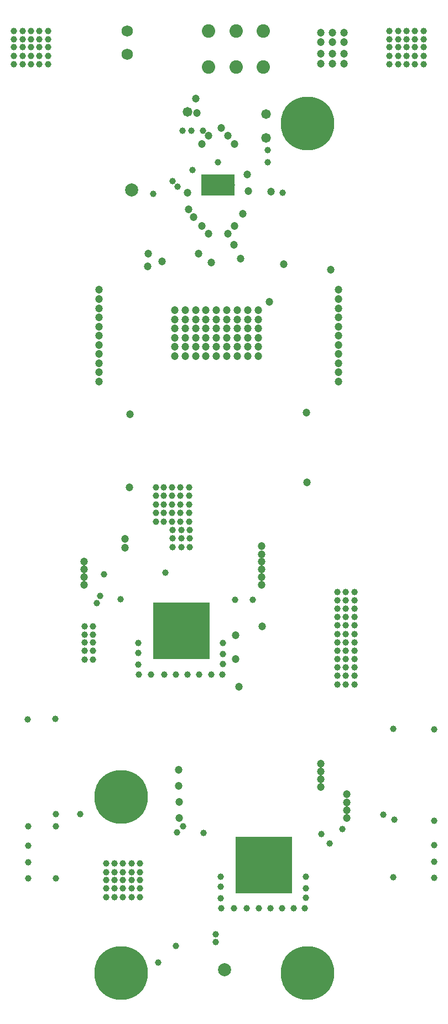
<source format=gbs>
%FSLAX44Y44*%
%MOMM*%
G71*
G01*
G75*
G04 Layer_Color=16711935*
%ADD10R,1.2000X0.8000*%
%ADD11C,1.0000*%
%ADD12R,2.0000X3.5000*%
%ADD13R,3.0000X4.0000*%
%ADD14R,4.0000X2.8000*%
%ADD15R,2.8000X4.0000*%
%ADD16R,4.0000X3.0000*%
%ADD17R,0.6000X0.5000*%
%ADD18R,1.6000X1.4000*%
%ADD19R,0.9500X0.9000*%
%ADD20R,2.0000X2.0000*%
%ADD21R,2.0000X3.2000*%
%ADD22R,3.5000X2.0000*%
%ADD23R,0.5000X0.6000*%
%ADD24C,2.0000*%
%ADD25R,1.0000X1.8000*%
%ADD26R,3.0000X0.8000*%
%ADD27R,3.2000X2.0000*%
%ADD28R,2.8000X1.5000*%
%ADD29R,7.7000X1.6000*%
%ADD30R,1.7000X1.6000*%
%ADD31R,1.6000X6.3000*%
%ADD32R,1.8000X0.2900*%
%ADD33R,8.7000X8.7000*%
%ADD34R,1.6000X1.7000*%
%ADD35R,5.1500X3.1500*%
%ADD36R,0.7000X0.2900*%
%ADD37R,0.2900X0.7000*%
%ADD38R,0.8000X1.2000*%
%ADD39R,1.1000X1.2000*%
%ADD40R,0.9000X0.9500*%
%ADD41R,4.5000X4.0000*%
%ADD42R,3.2000X3.0000*%
%ADD43R,4.5000X4.2000*%
%ADD44R,0.5500X1.7000*%
%ADD45R,1.7000X0.5500*%
%ADD46R,4.2000X4.5000*%
%ADD47C,0.2540*%
%ADD48C,4.5720*%
%ADD49C,5.0000*%
%ADD50C,0.2286*%
%ADD51C,0.7620*%
%ADD52C,1.0160*%
%ADD53C,0.2032*%
%ADD54C,0.6350*%
%ADD55R,1.6000X6.7000*%
%ADD56R,12.5000X1.4000*%
%ADD57R,1.7500X7.2000*%
%ADD58R,1.6000X5.6000*%
%ADD59R,12.6000X1.3500*%
%ADD60R,1.8000X7.0750*%
%ADD61R,6.2500X6.2500*%
%ADD62C,0.8100*%
%ADD63C,1.5240*%
%ADD64C,1.8500*%
%ADD65C,8.0000*%
%ADD66C,0.8000*%
%ADD67C,1.2700*%
%ADD68C,0.7112*%
%ADD69C,1.2700*%
%ADD70C,0.0500*%
%ADD71C,0.2000*%
%ADD72C,0.1270*%
%ADD73R,1.4032X1.0032*%
%ADD74C,2.0000*%
%ADD75R,2.2032X3.7032*%
%ADD76R,3.2032X4.2032*%
%ADD77R,4.2032X3.0032*%
%ADD78R,3.0032X4.2032*%
%ADD79R,4.2032X3.2032*%
%ADD80R,0.8032X0.7032*%
%ADD81R,1.8032X1.6032*%
%ADD82R,1.1532X1.1032*%
%ADD83R,2.2032X2.2032*%
%ADD84R,2.2032X3.4032*%
%ADD85R,3.7032X2.2032*%
%ADD86R,0.7032X0.8032*%
%ADD87C,2.2032*%
%ADD88R,1.2032X2.0032*%
%ADD89R,3.2032X1.0032*%
%ADD90R,3.4032X2.2032*%
%ADD91R,3.0032X1.7032*%
%ADD92R,7.7200X1.6200*%
%ADD93R,1.7200X1.6200*%
%ADD94R,1.6200X6.3200*%
%ADD95R,1.8200X0.3100*%
%ADD96R,8.7200X8.7200*%
%ADD97R,1.6200X1.7200*%
%ADD98R,5.1900X3.1900*%
%ADD99R,0.7400X0.3300*%
%ADD100R,0.3300X0.7400*%
%ADD101R,1.0032X1.4032*%
%ADD102R,1.3032X1.4032*%
%ADD103R,1.1032X1.1532*%
%ADD104R,4.7032X4.2032*%
%ADD105R,3.4032X3.2032*%
%ADD106R,4.7032X4.4032*%
%ADD107R,0.7532X1.9032*%
%ADD108R,1.9032X0.7532*%
%ADD109R,4.4032X4.7032*%
%ADD110C,0.8300*%
%ADD111C,1.2032*%
%ADD112C,1.7272*%
%ADD113C,2.0532*%
%ADD114C,8.2032*%
%ADD115C,1.0032*%
%ADD116C,1.4732*%
D74*
X227540Y59840D02*
D03*
X85540Y1251840D02*
D03*
D96*
X287500Y220000D02*
D03*
X161000Y577500D02*
D03*
D98*
X217500Y1259500D02*
D03*
D110*
X251500Y238000D02*
D03*
Y256000D02*
D03*
X260500Y229000D02*
D03*
Y247000D02*
D03*
X269500Y238000D02*
D03*
Y256000D02*
D03*
X278500Y229000D02*
D03*
Y247000D02*
D03*
X287500Y238000D02*
D03*
Y256000D02*
D03*
X251500Y184000D02*
D03*
X269500D02*
D03*
X260500Y193000D02*
D03*
X278500D02*
D03*
X251500Y202000D02*
D03*
X269500D02*
D03*
X260500Y211000D02*
D03*
X278500D02*
D03*
X251500Y220000D02*
D03*
X269500D02*
D03*
X305500Y184000D02*
D03*
X323500D02*
D03*
X296500Y193000D02*
D03*
X314500D02*
D03*
X305500Y202000D02*
D03*
X323500D02*
D03*
X296500Y211000D02*
D03*
X314500D02*
D03*
X305500Y256000D02*
D03*
X323500D02*
D03*
X296500Y247000D02*
D03*
X314500D02*
D03*
X305500Y238000D02*
D03*
X323500D02*
D03*
X296500Y229000D02*
D03*
X314500D02*
D03*
X287500Y184000D02*
D03*
X323500Y220000D02*
D03*
X287500Y202000D02*
D03*
X305500Y220000D02*
D03*
X287500D02*
D03*
X125000Y595500D02*
D03*
Y613500D02*
D03*
X134000Y586500D02*
D03*
Y604500D02*
D03*
X143000Y595500D02*
D03*
Y613500D02*
D03*
X152000Y586500D02*
D03*
Y604500D02*
D03*
X161000Y595500D02*
D03*
Y613500D02*
D03*
X125000Y541500D02*
D03*
X143000D02*
D03*
X134000Y550500D02*
D03*
X152000D02*
D03*
X125000Y559500D02*
D03*
X143000D02*
D03*
X134000Y568500D02*
D03*
X152000D02*
D03*
X125000Y577500D02*
D03*
X143000D02*
D03*
X179000Y541500D02*
D03*
X197000D02*
D03*
X170000Y550500D02*
D03*
X188000D02*
D03*
X179000Y559500D02*
D03*
X197000D02*
D03*
X170000Y568500D02*
D03*
X188000D02*
D03*
X179000Y613500D02*
D03*
X197000D02*
D03*
X170000Y604500D02*
D03*
X188000D02*
D03*
X179000Y595500D02*
D03*
X197000D02*
D03*
X170000Y586500D02*
D03*
X188000D02*
D03*
X161000Y541500D02*
D03*
X197000Y577500D02*
D03*
X161000Y559500D02*
D03*
X179000Y577500D02*
D03*
X161000D02*
D03*
D111*
X227500Y1249500D02*
D03*
Y1269500D02*
D03*
X207500D02*
D03*
Y1249500D02*
D03*
X197500Y1259500D02*
D03*
X217500D02*
D03*
X237500D02*
D03*
X285000Y585000D02*
D03*
X284000Y672000D02*
D03*
Y660000D02*
D03*
Y684000D02*
D03*
Y648000D02*
D03*
Y707000D02*
D03*
Y695000D02*
D03*
X75000Y705000D02*
D03*
Y718000D02*
D03*
X12000Y672000D02*
D03*
Y660000D02*
D03*
Y684000D02*
D03*
Y648000D02*
D03*
X375000Y351000D02*
D03*
Y375000D02*
D03*
Y339000D02*
D03*
X414250Y303750D02*
D03*
Y327750D02*
D03*
Y291750D02*
D03*
X158000Y316000D02*
D03*
Y292000D02*
D03*
X157000Y341000D02*
D03*
Y365000D02*
D03*
X35000Y1099000D02*
D03*
Y1085000D02*
D03*
Y1071000D02*
D03*
Y1057000D02*
D03*
Y1043000D02*
D03*
X402000Y1099000D02*
D03*
Y1085000D02*
D03*
Y1071000D02*
D03*
Y1057000D02*
D03*
Y1043000D02*
D03*
X35000Y973000D02*
D03*
Y959000D02*
D03*
Y987000D02*
D03*
Y1001000D02*
D03*
Y1015000D02*
D03*
Y1029000D02*
D03*
X402000Y973000D02*
D03*
Y959000D02*
D03*
Y987000D02*
D03*
Y1001000D02*
D03*
Y1015000D02*
D03*
Y1029000D02*
D03*
X263000Y1068000D02*
D03*
Y1054000D02*
D03*
Y1040000D02*
D03*
Y1026000D02*
D03*
Y998000D02*
D03*
Y1012000D02*
D03*
X279000Y1068000D02*
D03*
Y1054000D02*
D03*
Y1040000D02*
D03*
Y1026000D02*
D03*
Y998000D02*
D03*
Y1012000D02*
D03*
X151000Y1068000D02*
D03*
Y1054000D02*
D03*
Y1040000D02*
D03*
Y1026000D02*
D03*
Y998000D02*
D03*
Y1012000D02*
D03*
X167000Y1068000D02*
D03*
Y1054000D02*
D03*
Y1040000D02*
D03*
Y1026000D02*
D03*
Y998000D02*
D03*
Y1012000D02*
D03*
X183000Y1068000D02*
D03*
Y1054000D02*
D03*
Y1040000D02*
D03*
Y1026000D02*
D03*
Y998000D02*
D03*
Y1012000D02*
D03*
X199000Y1068000D02*
D03*
Y1054000D02*
D03*
Y1040000D02*
D03*
Y1026000D02*
D03*
Y998000D02*
D03*
Y1012000D02*
D03*
X247000D02*
D03*
Y998000D02*
D03*
Y1026000D02*
D03*
Y1040000D02*
D03*
Y1054000D02*
D03*
Y1068000D02*
D03*
X231000Y1012000D02*
D03*
Y998000D02*
D03*
Y1026000D02*
D03*
Y1040000D02*
D03*
Y1054000D02*
D03*
Y1068000D02*
D03*
X215000D02*
D03*
Y1054000D02*
D03*
Y1040000D02*
D03*
Y1026000D02*
D03*
Y998000D02*
D03*
Y1012000D02*
D03*
X82000Y797500D02*
D03*
X180000Y1210000D02*
D03*
X255000Y1215000D02*
D03*
X375000Y1492500D02*
D03*
Y1477500D02*
D03*
Y1445000D02*
D03*
Y1460000D02*
D03*
X392500Y1492500D02*
D03*
Y1477500D02*
D03*
Y1445000D02*
D03*
Y1460000D02*
D03*
X410000D02*
D03*
Y1445000D02*
D03*
Y1477500D02*
D03*
Y1492500D02*
D03*
X263500Y1250500D02*
D03*
X172500Y1222000D02*
D03*
X242500Y1197000D02*
D03*
X192500D02*
D03*
X232500Y1184500D02*
D03*
X202500D02*
D03*
X192500Y1322000D02*
D03*
X202500Y1334500D02*
D03*
X242500Y1322000D02*
D03*
X232500Y1334500D02*
D03*
X222500Y1347000D02*
D03*
X262500Y1275500D02*
D03*
X170500Y1247500D02*
D03*
X242000Y1168000D02*
D03*
X296000Y1081000D02*
D03*
X390050Y1129450D02*
D03*
X131360Y1142140D02*
D03*
X110640Y1154640D02*
D03*
X82500Y909000D02*
D03*
X352500Y911500D02*
D03*
X353500Y804500D02*
D03*
X187500Y1154500D02*
D03*
X185000Y1369500D02*
D03*
X183000Y1391560D02*
D03*
X249000Y492000D02*
D03*
X244000Y571000D02*
D03*
Y535000D02*
D03*
X109770Y1135000D02*
D03*
X318395Y1138000D02*
D03*
X414250Y315750D02*
D03*
X252000Y1147000D02*
D03*
X298560Y1249500D02*
D03*
X375000Y363000D02*
D03*
X207250Y1141000D02*
D03*
D112*
X78000Y1494500D02*
D03*
Y1459500D02*
D03*
D113*
X245000Y1440000D02*
D03*
Y1495000D02*
D03*
X203000Y1440000D02*
D03*
X287000Y1495000D02*
D03*
Y1440000D02*
D03*
X203000Y1495000D02*
D03*
D114*
X354000Y55000D02*
D03*
X69000D02*
D03*
Y324000D02*
D03*
X354000Y1353000D02*
D03*
D115*
X118000Y1245750D02*
D03*
X178500Y1282250D02*
D03*
X147500Y1265500D02*
D03*
X6000Y298000D02*
D03*
X-31000D02*
D03*
X-73000Y279000D02*
D03*
X-31000D02*
D03*
Y199000D02*
D03*
X-73000Y249000D02*
D03*
Y224000D02*
D03*
Y199000D02*
D03*
X-32000Y443000D02*
D03*
X-74000Y442000D02*
D03*
X98000Y209000D02*
D03*
Y222000D02*
D03*
Y184000D02*
D03*
Y197000D02*
D03*
Y171000D02*
D03*
X85000Y209000D02*
D03*
Y222000D02*
D03*
Y184000D02*
D03*
Y197000D02*
D03*
Y171000D02*
D03*
X72000Y209000D02*
D03*
Y222000D02*
D03*
Y184000D02*
D03*
Y197000D02*
D03*
Y171000D02*
D03*
X59000Y209000D02*
D03*
Y222000D02*
D03*
Y184000D02*
D03*
Y197000D02*
D03*
Y171000D02*
D03*
X46000D02*
D03*
Y197000D02*
D03*
Y184000D02*
D03*
Y222000D02*
D03*
Y209000D02*
D03*
X-43000Y1482000D02*
D03*
Y1495000D02*
D03*
Y1457000D02*
D03*
Y1470000D02*
D03*
Y1444000D02*
D03*
X-56000Y1482000D02*
D03*
Y1495000D02*
D03*
Y1457000D02*
D03*
Y1470000D02*
D03*
Y1444000D02*
D03*
X-69000Y1482000D02*
D03*
Y1495000D02*
D03*
Y1457000D02*
D03*
Y1470000D02*
D03*
Y1444000D02*
D03*
X-82000Y1482000D02*
D03*
Y1495000D02*
D03*
Y1457000D02*
D03*
Y1470000D02*
D03*
Y1444000D02*
D03*
X-95000D02*
D03*
Y1470000D02*
D03*
Y1457000D02*
D03*
Y1495000D02*
D03*
Y1482000D02*
D03*
X532000D02*
D03*
Y1495000D02*
D03*
Y1457000D02*
D03*
Y1470000D02*
D03*
Y1444000D02*
D03*
X519000Y1482000D02*
D03*
Y1495000D02*
D03*
Y1457000D02*
D03*
Y1470000D02*
D03*
Y1444000D02*
D03*
X506000Y1482000D02*
D03*
Y1495000D02*
D03*
Y1457000D02*
D03*
Y1470000D02*
D03*
Y1444000D02*
D03*
X493000Y1482000D02*
D03*
Y1495000D02*
D03*
Y1457000D02*
D03*
Y1470000D02*
D03*
Y1444000D02*
D03*
X480000D02*
D03*
Y1470000D02*
D03*
Y1457000D02*
D03*
Y1495000D02*
D03*
Y1482000D02*
D03*
X548000Y427000D02*
D03*
X486000Y428000D02*
D03*
X487000Y289000D02*
D03*
X548000Y287000D02*
D03*
Y250000D02*
D03*
Y225000D02*
D03*
Y200000D02*
D03*
X486000Y201000D02*
D03*
X174000Y706000D02*
D03*
Y719000D02*
D03*
Y732000D02*
D03*
X161000Y706000D02*
D03*
Y719000D02*
D03*
Y732000D02*
D03*
X148000Y706000D02*
D03*
Y719000D02*
D03*
Y732000D02*
D03*
X400000Y573000D02*
D03*
Y586000D02*
D03*
Y612000D02*
D03*
Y599000D02*
D03*
Y637000D02*
D03*
Y624000D02*
D03*
Y547000D02*
D03*
Y560000D02*
D03*
Y522000D02*
D03*
Y535000D02*
D03*
Y509000D02*
D03*
Y496000D02*
D03*
X413000Y573000D02*
D03*
Y586000D02*
D03*
Y612000D02*
D03*
Y599000D02*
D03*
Y637000D02*
D03*
Y624000D02*
D03*
Y547000D02*
D03*
Y560000D02*
D03*
Y522000D02*
D03*
Y535000D02*
D03*
Y509000D02*
D03*
Y496000D02*
D03*
X426000Y573000D02*
D03*
Y586000D02*
D03*
Y612000D02*
D03*
Y599000D02*
D03*
Y637000D02*
D03*
Y624000D02*
D03*
Y547000D02*
D03*
Y560000D02*
D03*
Y522000D02*
D03*
Y535000D02*
D03*
Y509000D02*
D03*
Y496000D02*
D03*
X122000Y745000D02*
D03*
X147000D02*
D03*
X134000D02*
D03*
X173000D02*
D03*
X160000D02*
D03*
X122000Y758000D02*
D03*
X147000D02*
D03*
X134000D02*
D03*
X173000D02*
D03*
X160000D02*
D03*
X122000Y771000D02*
D03*
X147000D02*
D03*
X134000D02*
D03*
X173000D02*
D03*
X160000D02*
D03*
X122000Y784000D02*
D03*
X147000D02*
D03*
X134000D02*
D03*
X173000D02*
D03*
X160000D02*
D03*
Y797000D02*
D03*
X173000D02*
D03*
X134000D02*
D03*
X147000D02*
D03*
X122000D02*
D03*
X470000Y297000D02*
D03*
X214000Y102000D02*
D03*
Y114000D02*
D03*
X388000Y253000D02*
D03*
X194357Y1342643D02*
D03*
X126000Y71000D02*
D03*
X153000Y96000D02*
D03*
X32000Y620000D02*
D03*
X155000Y270000D02*
D03*
X221500Y201500D02*
D03*
Y186500D02*
D03*
Y168500D02*
D03*
X241500Y153500D02*
D03*
X261500D02*
D03*
X351500Y169500D02*
D03*
Y201500D02*
D03*
X333500Y153500D02*
D03*
X350500D02*
D03*
X351500Y184500D02*
D03*
X279500Y153500D02*
D03*
X297260Y153500D02*
D03*
X315260D02*
D03*
X222500Y153500D02*
D03*
X96000Y511000D02*
D03*
X188760Y511000D02*
D03*
X170760D02*
D03*
X153000Y511000D02*
D03*
X225000Y542000D02*
D03*
X224000Y511000D02*
D03*
X207000D02*
D03*
X316000Y1247250D02*
D03*
X195000Y269000D02*
D03*
X164000Y279000D02*
D03*
X375502Y267500D02*
D03*
X408000Y275000D02*
D03*
X225000Y559000D02*
D03*
Y527000D02*
D03*
X135000Y511000D02*
D03*
X115000D02*
D03*
X95000Y526000D02*
D03*
Y544000D02*
D03*
Y559000D02*
D03*
X68000Y626000D02*
D03*
X37000Y631000D02*
D03*
X243503Y625000D02*
D03*
X271000Y625000D02*
D03*
X217500Y1294500D02*
D03*
X155500Y1256500D02*
D03*
X13000Y572000D02*
D03*
Y585000D02*
D03*
Y547000D02*
D03*
Y560000D02*
D03*
Y534000D02*
D03*
X26000D02*
D03*
Y560000D02*
D03*
Y547000D02*
D03*
Y585000D02*
D03*
Y572000D02*
D03*
X293617Y1294500D02*
D03*
X293500Y1312500D02*
D03*
X163000Y1342000D02*
D03*
X177000D02*
D03*
X136500Y667000D02*
D03*
X43000Y664000D02*
D03*
D116*
X291000Y1331500D02*
D03*
Y1367500D02*
D03*
X171000Y1371500D02*
D03*
M02*

</source>
